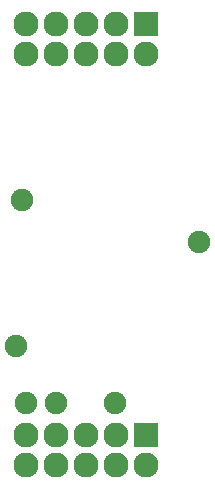
<source format=gbs>
G04 #@! TF.FileFunction,Soldermask,Bot*
%FSLAX46Y46*%
G04 Gerber Fmt 4.6, Leading zero omitted, Abs format (unit mm)*
G04 Created by KiCad (PCBNEW 4.0.5) date 01/03/18 17:15:43*
%MOMM*%
%LPD*%
G01*
G04 APERTURE LIST*
%ADD10C,0.100000*%
%ADD11R,2.127200X2.127200*%
%ADD12O,2.127200X2.127200*%
%ADD13C,1.900000*%
G04 APERTURE END LIST*
D10*
D11*
X93980000Y-115824000D03*
D12*
X93980000Y-118364000D03*
X91440000Y-115824000D03*
X91440000Y-118364000D03*
X88900000Y-115824000D03*
X88900000Y-118364000D03*
X86360000Y-115824000D03*
X86360000Y-118364000D03*
X83820000Y-115824000D03*
X83820000Y-118364000D03*
D11*
X93980000Y-81026000D03*
D12*
X93980000Y-83566000D03*
X91440000Y-81026000D03*
X91440000Y-83566000D03*
X88900000Y-81026000D03*
X88900000Y-83566000D03*
X86360000Y-81026000D03*
X86360000Y-83566000D03*
X83820000Y-81026000D03*
X83820000Y-83566000D03*
D13*
X86360000Y-113093500D03*
X91376500Y-113093500D03*
X83820000Y-113157000D03*
X82994500Y-108331000D03*
X83502500Y-95948500D03*
X98425000Y-99504500D03*
M02*

</source>
